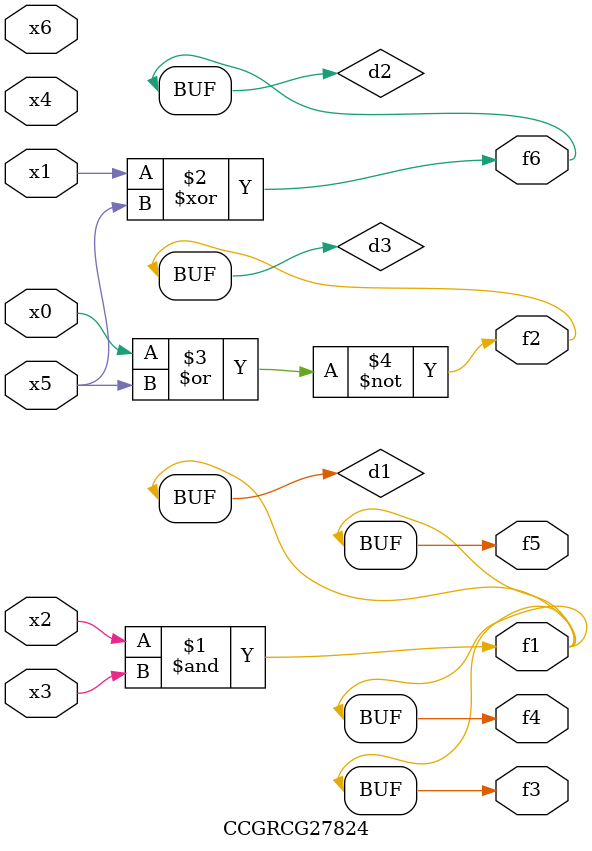
<source format=v>
module CCGRCG27824(
	input x0, x1, x2, x3, x4, x5, x6,
	output f1, f2, f3, f4, f5, f6
);

	wire d1, d2, d3;

	and (d1, x2, x3);
	xor (d2, x1, x5);
	nor (d3, x0, x5);
	assign f1 = d1;
	assign f2 = d3;
	assign f3 = d1;
	assign f4 = d1;
	assign f5 = d1;
	assign f6 = d2;
endmodule

</source>
